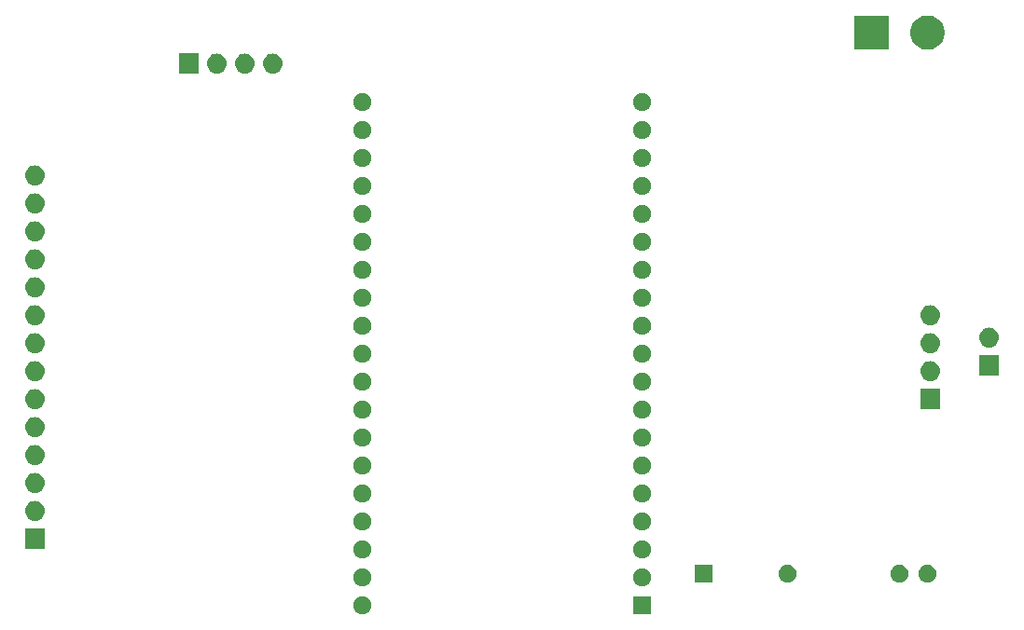
<source format=gbr>
G04 #@! TF.GenerationSoftware,KiCad,Pcbnew,5.1.4+dfsg1-1*
G04 #@! TF.CreationDate,2020-01-19T14:17:45-05:00*
G04 #@! TF.ProjectId,thermostat_master,74686572-6d6f-4737-9461-745f6d617374,rev?*
G04 #@! TF.SameCoordinates,Original*
G04 #@! TF.FileFunction,Soldermask,Bot*
G04 #@! TF.FilePolarity,Negative*
%FSLAX46Y46*%
G04 Gerber Fmt 4.6, Leading zero omitted, Abs format (unit mm)*
G04 Created by KiCad (PCBNEW 5.1.4+dfsg1-1) date 2020-01-19 14:17:45*
%MOMM*%
%LPD*%
G04 APERTURE LIST*
%ADD10C,0.100000*%
G04 APERTURE END LIST*
D10*
G36*
X168217000Y-103903000D02*
G01*
X166555000Y-103903000D01*
X166555000Y-102241000D01*
X168217000Y-102241000D01*
X168217000Y-103903000D01*
X168217000Y-103903000D01*
G37*
G36*
X142228394Y-102272934D02*
G01*
X142379624Y-102335576D01*
X142379626Y-102335577D01*
X142515732Y-102426520D01*
X142631480Y-102542268D01*
X142722423Y-102678374D01*
X142722424Y-102678376D01*
X142785066Y-102829606D01*
X142817000Y-102990152D01*
X142817000Y-103153848D01*
X142785066Y-103314394D01*
X142722424Y-103465624D01*
X142722423Y-103465626D01*
X142631480Y-103601732D01*
X142515732Y-103717480D01*
X142379626Y-103808423D01*
X142379625Y-103808424D01*
X142379624Y-103808424D01*
X142228394Y-103871066D01*
X142067848Y-103903000D01*
X141904152Y-103903000D01*
X141743606Y-103871066D01*
X141592376Y-103808424D01*
X141592375Y-103808424D01*
X141592374Y-103808423D01*
X141456268Y-103717480D01*
X141340520Y-103601732D01*
X141249577Y-103465626D01*
X141249576Y-103465624D01*
X141186934Y-103314394D01*
X141155000Y-103153848D01*
X141155000Y-102990152D01*
X141186934Y-102829606D01*
X141249576Y-102678376D01*
X141249577Y-102678374D01*
X141340520Y-102542268D01*
X141456268Y-102426520D01*
X141592374Y-102335577D01*
X141592376Y-102335576D01*
X141743606Y-102272934D01*
X141904152Y-102241000D01*
X142067848Y-102241000D01*
X142228394Y-102272934D01*
X142228394Y-102272934D01*
G37*
G36*
X142228394Y-99732934D02*
G01*
X142379624Y-99795576D01*
X142379626Y-99795577D01*
X142515732Y-99886520D01*
X142631480Y-100002268D01*
X142710622Y-100120713D01*
X142722424Y-100138376D01*
X142785066Y-100289606D01*
X142817000Y-100450152D01*
X142817000Y-100613848D01*
X142785066Y-100774394D01*
X142727495Y-100913382D01*
X142722423Y-100925626D01*
X142631480Y-101061732D01*
X142515732Y-101177480D01*
X142379626Y-101268423D01*
X142379625Y-101268424D01*
X142379624Y-101268424D01*
X142228394Y-101331066D01*
X142067848Y-101363000D01*
X141904152Y-101363000D01*
X141743606Y-101331066D01*
X141592376Y-101268424D01*
X141592375Y-101268424D01*
X141592374Y-101268423D01*
X141456268Y-101177480D01*
X141340520Y-101061732D01*
X141249577Y-100925626D01*
X141244505Y-100913382D01*
X141186934Y-100774394D01*
X141155000Y-100613848D01*
X141155000Y-100450152D01*
X141186934Y-100289606D01*
X141249576Y-100138376D01*
X141261378Y-100120713D01*
X141340520Y-100002268D01*
X141456268Y-99886520D01*
X141592374Y-99795577D01*
X141592376Y-99795576D01*
X141743606Y-99732934D01*
X141904152Y-99701000D01*
X142067848Y-99701000D01*
X142228394Y-99732934D01*
X142228394Y-99732934D01*
G37*
G36*
X167628394Y-99732934D02*
G01*
X167779624Y-99795576D01*
X167779626Y-99795577D01*
X167915732Y-99886520D01*
X168031480Y-100002268D01*
X168110622Y-100120713D01*
X168122424Y-100138376D01*
X168185066Y-100289606D01*
X168217000Y-100450152D01*
X168217000Y-100613848D01*
X168185066Y-100774394D01*
X168127495Y-100913382D01*
X168122423Y-100925626D01*
X168031480Y-101061732D01*
X167915732Y-101177480D01*
X167779626Y-101268423D01*
X167779625Y-101268424D01*
X167779624Y-101268424D01*
X167628394Y-101331066D01*
X167467848Y-101363000D01*
X167304152Y-101363000D01*
X167143606Y-101331066D01*
X166992376Y-101268424D01*
X166992375Y-101268424D01*
X166992374Y-101268423D01*
X166856268Y-101177480D01*
X166740520Y-101061732D01*
X166649577Y-100925626D01*
X166644505Y-100913382D01*
X166586934Y-100774394D01*
X166555000Y-100613848D01*
X166555000Y-100450152D01*
X166586934Y-100289606D01*
X166649576Y-100138376D01*
X166661378Y-100120713D01*
X166740520Y-100002268D01*
X166856268Y-99886520D01*
X166992374Y-99795577D01*
X166992376Y-99795576D01*
X167143606Y-99732934D01*
X167304152Y-99701000D01*
X167467848Y-99701000D01*
X167628394Y-99732934D01*
X167628394Y-99732934D01*
G37*
G36*
X190988810Y-99425935D02*
G01*
X191135309Y-99486617D01*
X191135310Y-99486618D01*
X191267158Y-99574716D01*
X191379284Y-99686842D01*
X191379285Y-99686844D01*
X191467383Y-99818691D01*
X191528065Y-99965190D01*
X191559000Y-100120713D01*
X191559000Y-100279287D01*
X191528065Y-100434810D01*
X191467383Y-100581309D01*
X191467382Y-100581310D01*
X191379284Y-100713158D01*
X191267158Y-100825284D01*
X191200785Y-100869633D01*
X191135309Y-100913383D01*
X190988810Y-100974065D01*
X190833287Y-101005000D01*
X190674713Y-101005000D01*
X190519190Y-100974065D01*
X190372691Y-100913383D01*
X190307215Y-100869633D01*
X190240842Y-100825284D01*
X190128716Y-100713158D01*
X190040618Y-100581310D01*
X190040617Y-100581309D01*
X189979935Y-100434810D01*
X189949000Y-100279287D01*
X189949000Y-100120713D01*
X189979935Y-99965190D01*
X190040617Y-99818691D01*
X190128715Y-99686844D01*
X190128716Y-99686842D01*
X190240842Y-99574716D01*
X190372690Y-99486618D01*
X190372691Y-99486617D01*
X190519190Y-99425935D01*
X190674713Y-99395000D01*
X190833287Y-99395000D01*
X190988810Y-99425935D01*
X190988810Y-99425935D01*
G37*
G36*
X193528810Y-99425935D02*
G01*
X193675309Y-99486617D01*
X193675310Y-99486618D01*
X193807158Y-99574716D01*
X193919284Y-99686842D01*
X193919285Y-99686844D01*
X194007383Y-99818691D01*
X194068065Y-99965190D01*
X194099000Y-100120713D01*
X194099000Y-100279287D01*
X194068065Y-100434810D01*
X194007383Y-100581309D01*
X194007382Y-100581310D01*
X193919284Y-100713158D01*
X193807158Y-100825284D01*
X193740785Y-100869633D01*
X193675309Y-100913383D01*
X193528810Y-100974065D01*
X193373287Y-101005000D01*
X193214713Y-101005000D01*
X193059190Y-100974065D01*
X192912691Y-100913383D01*
X192847215Y-100869633D01*
X192780842Y-100825284D01*
X192668716Y-100713158D01*
X192580618Y-100581310D01*
X192580617Y-100581309D01*
X192519935Y-100434810D01*
X192489000Y-100279287D01*
X192489000Y-100120713D01*
X192519935Y-99965190D01*
X192580617Y-99818691D01*
X192668715Y-99686844D01*
X192668716Y-99686842D01*
X192780842Y-99574716D01*
X192912690Y-99486618D01*
X192912691Y-99486617D01*
X193059190Y-99425935D01*
X193214713Y-99395000D01*
X193373287Y-99395000D01*
X193528810Y-99425935D01*
X193528810Y-99425935D01*
G37*
G36*
X180828810Y-99425935D02*
G01*
X180975309Y-99486617D01*
X180975310Y-99486618D01*
X181107158Y-99574716D01*
X181219284Y-99686842D01*
X181219285Y-99686844D01*
X181307383Y-99818691D01*
X181368065Y-99965190D01*
X181399000Y-100120713D01*
X181399000Y-100279287D01*
X181368065Y-100434810D01*
X181307383Y-100581309D01*
X181307382Y-100581310D01*
X181219284Y-100713158D01*
X181107158Y-100825284D01*
X181040785Y-100869633D01*
X180975309Y-100913383D01*
X180828810Y-100974065D01*
X180673287Y-101005000D01*
X180514713Y-101005000D01*
X180359190Y-100974065D01*
X180212691Y-100913383D01*
X180147215Y-100869633D01*
X180080842Y-100825284D01*
X179968716Y-100713158D01*
X179880618Y-100581310D01*
X179880617Y-100581309D01*
X179819935Y-100434810D01*
X179789000Y-100279287D01*
X179789000Y-100120713D01*
X179819935Y-99965190D01*
X179880617Y-99818691D01*
X179968715Y-99686844D01*
X179968716Y-99686842D01*
X180080842Y-99574716D01*
X180212690Y-99486618D01*
X180212691Y-99486617D01*
X180359190Y-99425935D01*
X180514713Y-99395000D01*
X180673287Y-99395000D01*
X180828810Y-99425935D01*
X180828810Y-99425935D01*
G37*
G36*
X173779000Y-101005000D02*
G01*
X172169000Y-101005000D01*
X172169000Y-99395000D01*
X173779000Y-99395000D01*
X173779000Y-101005000D01*
X173779000Y-101005000D01*
G37*
G36*
X167628394Y-97192934D02*
G01*
X167779624Y-97255576D01*
X167779626Y-97255577D01*
X167915732Y-97346520D01*
X168031480Y-97462268D01*
X168122423Y-97598374D01*
X168122424Y-97598376D01*
X168185066Y-97749606D01*
X168217000Y-97910152D01*
X168217000Y-98073848D01*
X168185066Y-98234394D01*
X168122424Y-98385624D01*
X168122423Y-98385626D01*
X168031480Y-98521732D01*
X167915732Y-98637480D01*
X167779626Y-98728423D01*
X167779625Y-98728424D01*
X167779624Y-98728424D01*
X167628394Y-98791066D01*
X167467848Y-98823000D01*
X167304152Y-98823000D01*
X167143606Y-98791066D01*
X166992376Y-98728424D01*
X166992375Y-98728424D01*
X166992374Y-98728423D01*
X166856268Y-98637480D01*
X166740520Y-98521732D01*
X166649577Y-98385626D01*
X166649576Y-98385624D01*
X166586934Y-98234394D01*
X166555000Y-98073848D01*
X166555000Y-97910152D01*
X166586934Y-97749606D01*
X166649576Y-97598376D01*
X166649577Y-97598374D01*
X166740520Y-97462268D01*
X166856268Y-97346520D01*
X166992374Y-97255577D01*
X166992376Y-97255576D01*
X167143606Y-97192934D01*
X167304152Y-97161000D01*
X167467848Y-97161000D01*
X167628394Y-97192934D01*
X167628394Y-97192934D01*
G37*
G36*
X142228394Y-97192934D02*
G01*
X142379624Y-97255576D01*
X142379626Y-97255577D01*
X142515732Y-97346520D01*
X142631480Y-97462268D01*
X142722423Y-97598374D01*
X142722424Y-97598376D01*
X142785066Y-97749606D01*
X142817000Y-97910152D01*
X142817000Y-98073848D01*
X142785066Y-98234394D01*
X142722424Y-98385624D01*
X142722423Y-98385626D01*
X142631480Y-98521732D01*
X142515732Y-98637480D01*
X142379626Y-98728423D01*
X142379625Y-98728424D01*
X142379624Y-98728424D01*
X142228394Y-98791066D01*
X142067848Y-98823000D01*
X141904152Y-98823000D01*
X141743606Y-98791066D01*
X141592376Y-98728424D01*
X141592375Y-98728424D01*
X141592374Y-98728423D01*
X141456268Y-98637480D01*
X141340520Y-98521732D01*
X141249577Y-98385626D01*
X141249576Y-98385624D01*
X141186934Y-98234394D01*
X141155000Y-98073848D01*
X141155000Y-97910152D01*
X141186934Y-97749606D01*
X141249576Y-97598376D01*
X141249577Y-97598374D01*
X141340520Y-97462268D01*
X141456268Y-97346520D01*
X141592374Y-97255577D01*
X141592376Y-97255576D01*
X141743606Y-97192934D01*
X141904152Y-97161000D01*
X142067848Y-97161000D01*
X142228394Y-97192934D01*
X142228394Y-97192934D01*
G37*
G36*
X113169000Y-97929000D02*
G01*
X111367000Y-97929000D01*
X111367000Y-96127000D01*
X113169000Y-96127000D01*
X113169000Y-97929000D01*
X113169000Y-97929000D01*
G37*
G36*
X142228394Y-94652934D02*
G01*
X142379624Y-94715576D01*
X142379626Y-94715577D01*
X142515732Y-94806520D01*
X142631480Y-94922268D01*
X142677399Y-94990991D01*
X142722424Y-95058376D01*
X142785066Y-95209606D01*
X142817000Y-95370152D01*
X142817000Y-95533848D01*
X142785066Y-95694394D01*
X142722424Y-95845624D01*
X142722423Y-95845626D01*
X142631480Y-95981732D01*
X142515732Y-96097480D01*
X142379626Y-96188423D01*
X142379625Y-96188424D01*
X142379624Y-96188424D01*
X142228394Y-96251066D01*
X142067848Y-96283000D01*
X141904152Y-96283000D01*
X141743606Y-96251066D01*
X141592376Y-96188424D01*
X141592375Y-96188424D01*
X141592374Y-96188423D01*
X141456268Y-96097480D01*
X141340520Y-95981732D01*
X141249577Y-95845626D01*
X141249576Y-95845624D01*
X141186934Y-95694394D01*
X141155000Y-95533848D01*
X141155000Y-95370152D01*
X141186934Y-95209606D01*
X141249576Y-95058376D01*
X141294601Y-94990991D01*
X141340520Y-94922268D01*
X141456268Y-94806520D01*
X141592374Y-94715577D01*
X141592376Y-94715576D01*
X141743606Y-94652934D01*
X141904152Y-94621000D01*
X142067848Y-94621000D01*
X142228394Y-94652934D01*
X142228394Y-94652934D01*
G37*
G36*
X167628394Y-94652934D02*
G01*
X167779624Y-94715576D01*
X167779626Y-94715577D01*
X167915732Y-94806520D01*
X168031480Y-94922268D01*
X168077399Y-94990991D01*
X168122424Y-95058376D01*
X168185066Y-95209606D01*
X168217000Y-95370152D01*
X168217000Y-95533848D01*
X168185066Y-95694394D01*
X168122424Y-95845624D01*
X168122423Y-95845626D01*
X168031480Y-95981732D01*
X167915732Y-96097480D01*
X167779626Y-96188423D01*
X167779625Y-96188424D01*
X167779624Y-96188424D01*
X167628394Y-96251066D01*
X167467848Y-96283000D01*
X167304152Y-96283000D01*
X167143606Y-96251066D01*
X166992376Y-96188424D01*
X166992375Y-96188424D01*
X166992374Y-96188423D01*
X166856268Y-96097480D01*
X166740520Y-95981732D01*
X166649577Y-95845626D01*
X166649576Y-95845624D01*
X166586934Y-95694394D01*
X166555000Y-95533848D01*
X166555000Y-95370152D01*
X166586934Y-95209606D01*
X166649576Y-95058376D01*
X166694601Y-94990991D01*
X166740520Y-94922268D01*
X166856268Y-94806520D01*
X166992374Y-94715577D01*
X166992376Y-94715576D01*
X167143606Y-94652934D01*
X167304152Y-94621000D01*
X167467848Y-94621000D01*
X167628394Y-94652934D01*
X167628394Y-94652934D01*
G37*
G36*
X112378442Y-93593518D02*
G01*
X112444627Y-93600037D01*
X112614466Y-93651557D01*
X112770991Y-93735222D01*
X112780468Y-93743000D01*
X112908186Y-93847814D01*
X112991448Y-93949271D01*
X113020778Y-93985009D01*
X113104443Y-94141534D01*
X113155963Y-94311373D01*
X113173359Y-94488000D01*
X113155963Y-94664627D01*
X113104443Y-94834466D01*
X113020778Y-94990991D01*
X112991448Y-95026729D01*
X112908186Y-95128186D01*
X112808974Y-95209606D01*
X112770991Y-95240778D01*
X112614466Y-95324443D01*
X112444627Y-95375963D01*
X112378443Y-95382481D01*
X112312260Y-95389000D01*
X112223740Y-95389000D01*
X112157557Y-95382481D01*
X112091373Y-95375963D01*
X111921534Y-95324443D01*
X111765009Y-95240778D01*
X111727026Y-95209606D01*
X111627814Y-95128186D01*
X111544552Y-95026729D01*
X111515222Y-94990991D01*
X111431557Y-94834466D01*
X111380037Y-94664627D01*
X111362641Y-94488000D01*
X111380037Y-94311373D01*
X111431557Y-94141534D01*
X111515222Y-93985009D01*
X111544552Y-93949271D01*
X111627814Y-93847814D01*
X111755532Y-93743000D01*
X111765009Y-93735222D01*
X111921534Y-93651557D01*
X112091373Y-93600037D01*
X112157558Y-93593518D01*
X112223740Y-93587000D01*
X112312260Y-93587000D01*
X112378442Y-93593518D01*
X112378442Y-93593518D01*
G37*
G36*
X142228394Y-92112934D02*
G01*
X142379624Y-92175576D01*
X142379626Y-92175577D01*
X142515732Y-92266520D01*
X142631480Y-92382268D01*
X142677399Y-92450991D01*
X142722424Y-92518376D01*
X142785066Y-92669606D01*
X142817000Y-92830152D01*
X142817000Y-92993848D01*
X142785066Y-93154394D01*
X142722424Y-93305624D01*
X142722423Y-93305626D01*
X142631480Y-93441732D01*
X142515732Y-93557480D01*
X142379626Y-93648423D01*
X142379625Y-93648424D01*
X142379624Y-93648424D01*
X142228394Y-93711066D01*
X142067848Y-93743000D01*
X141904152Y-93743000D01*
X141743606Y-93711066D01*
X141592376Y-93648424D01*
X141592375Y-93648424D01*
X141592374Y-93648423D01*
X141456268Y-93557480D01*
X141340520Y-93441732D01*
X141249577Y-93305626D01*
X141249576Y-93305624D01*
X141186934Y-93154394D01*
X141155000Y-92993848D01*
X141155000Y-92830152D01*
X141186934Y-92669606D01*
X141249576Y-92518376D01*
X141294601Y-92450991D01*
X141340520Y-92382268D01*
X141456268Y-92266520D01*
X141592374Y-92175577D01*
X141592376Y-92175576D01*
X141743606Y-92112934D01*
X141904152Y-92081000D01*
X142067848Y-92081000D01*
X142228394Y-92112934D01*
X142228394Y-92112934D01*
G37*
G36*
X167628394Y-92112934D02*
G01*
X167779624Y-92175576D01*
X167779626Y-92175577D01*
X167915732Y-92266520D01*
X168031480Y-92382268D01*
X168077399Y-92450991D01*
X168122424Y-92518376D01*
X168185066Y-92669606D01*
X168217000Y-92830152D01*
X168217000Y-92993848D01*
X168185066Y-93154394D01*
X168122424Y-93305624D01*
X168122423Y-93305626D01*
X168031480Y-93441732D01*
X167915732Y-93557480D01*
X167779626Y-93648423D01*
X167779625Y-93648424D01*
X167779624Y-93648424D01*
X167628394Y-93711066D01*
X167467848Y-93743000D01*
X167304152Y-93743000D01*
X167143606Y-93711066D01*
X166992376Y-93648424D01*
X166992375Y-93648424D01*
X166992374Y-93648423D01*
X166856268Y-93557480D01*
X166740520Y-93441732D01*
X166649577Y-93305626D01*
X166649576Y-93305624D01*
X166586934Y-93154394D01*
X166555000Y-92993848D01*
X166555000Y-92830152D01*
X166586934Y-92669606D01*
X166649576Y-92518376D01*
X166694601Y-92450991D01*
X166740520Y-92382268D01*
X166856268Y-92266520D01*
X166992374Y-92175577D01*
X166992376Y-92175576D01*
X167143606Y-92112934D01*
X167304152Y-92081000D01*
X167467848Y-92081000D01*
X167628394Y-92112934D01*
X167628394Y-92112934D01*
G37*
G36*
X112378442Y-91053518D02*
G01*
X112444627Y-91060037D01*
X112614466Y-91111557D01*
X112770991Y-91195222D01*
X112780468Y-91203000D01*
X112908186Y-91307814D01*
X112991448Y-91409271D01*
X113020778Y-91445009D01*
X113104443Y-91601534D01*
X113155963Y-91771373D01*
X113173359Y-91948000D01*
X113155963Y-92124627D01*
X113104443Y-92294466D01*
X113020778Y-92450991D01*
X112991448Y-92486729D01*
X112908186Y-92588186D01*
X112808974Y-92669606D01*
X112770991Y-92700778D01*
X112614466Y-92784443D01*
X112444627Y-92835963D01*
X112378442Y-92842482D01*
X112312260Y-92849000D01*
X112223740Y-92849000D01*
X112157558Y-92842482D01*
X112091373Y-92835963D01*
X111921534Y-92784443D01*
X111765009Y-92700778D01*
X111727026Y-92669606D01*
X111627814Y-92588186D01*
X111544552Y-92486729D01*
X111515222Y-92450991D01*
X111431557Y-92294466D01*
X111380037Y-92124627D01*
X111362641Y-91948000D01*
X111380037Y-91771373D01*
X111431557Y-91601534D01*
X111515222Y-91445009D01*
X111544552Y-91409271D01*
X111627814Y-91307814D01*
X111755532Y-91203000D01*
X111765009Y-91195222D01*
X111921534Y-91111557D01*
X112091373Y-91060037D01*
X112157558Y-91053518D01*
X112223740Y-91047000D01*
X112312260Y-91047000D01*
X112378442Y-91053518D01*
X112378442Y-91053518D01*
G37*
G36*
X167628394Y-89572934D02*
G01*
X167779624Y-89635576D01*
X167779626Y-89635577D01*
X167915732Y-89726520D01*
X168031480Y-89842268D01*
X168077399Y-89910991D01*
X168122424Y-89978376D01*
X168185066Y-90129606D01*
X168217000Y-90290152D01*
X168217000Y-90453848D01*
X168185066Y-90614394D01*
X168122424Y-90765624D01*
X168122423Y-90765626D01*
X168031480Y-90901732D01*
X167915732Y-91017480D01*
X167779626Y-91108423D01*
X167779625Y-91108424D01*
X167779624Y-91108424D01*
X167628394Y-91171066D01*
X167467848Y-91203000D01*
X167304152Y-91203000D01*
X167143606Y-91171066D01*
X166992376Y-91108424D01*
X166992375Y-91108424D01*
X166992374Y-91108423D01*
X166856268Y-91017480D01*
X166740520Y-90901732D01*
X166649577Y-90765626D01*
X166649576Y-90765624D01*
X166586934Y-90614394D01*
X166555000Y-90453848D01*
X166555000Y-90290152D01*
X166586934Y-90129606D01*
X166649576Y-89978376D01*
X166694601Y-89910991D01*
X166740520Y-89842268D01*
X166856268Y-89726520D01*
X166992374Y-89635577D01*
X166992376Y-89635576D01*
X167143606Y-89572934D01*
X167304152Y-89541000D01*
X167467848Y-89541000D01*
X167628394Y-89572934D01*
X167628394Y-89572934D01*
G37*
G36*
X142228394Y-89572934D02*
G01*
X142379624Y-89635576D01*
X142379626Y-89635577D01*
X142515732Y-89726520D01*
X142631480Y-89842268D01*
X142677399Y-89910991D01*
X142722424Y-89978376D01*
X142785066Y-90129606D01*
X142817000Y-90290152D01*
X142817000Y-90453848D01*
X142785066Y-90614394D01*
X142722424Y-90765624D01*
X142722423Y-90765626D01*
X142631480Y-90901732D01*
X142515732Y-91017480D01*
X142379626Y-91108423D01*
X142379625Y-91108424D01*
X142379624Y-91108424D01*
X142228394Y-91171066D01*
X142067848Y-91203000D01*
X141904152Y-91203000D01*
X141743606Y-91171066D01*
X141592376Y-91108424D01*
X141592375Y-91108424D01*
X141592374Y-91108423D01*
X141456268Y-91017480D01*
X141340520Y-90901732D01*
X141249577Y-90765626D01*
X141249576Y-90765624D01*
X141186934Y-90614394D01*
X141155000Y-90453848D01*
X141155000Y-90290152D01*
X141186934Y-90129606D01*
X141249576Y-89978376D01*
X141294601Y-89910991D01*
X141340520Y-89842268D01*
X141456268Y-89726520D01*
X141592374Y-89635577D01*
X141592376Y-89635576D01*
X141743606Y-89572934D01*
X141904152Y-89541000D01*
X142067848Y-89541000D01*
X142228394Y-89572934D01*
X142228394Y-89572934D01*
G37*
G36*
X112378443Y-88513519D02*
G01*
X112444627Y-88520037D01*
X112614466Y-88571557D01*
X112770991Y-88655222D01*
X112780468Y-88663000D01*
X112908186Y-88767814D01*
X112991448Y-88869271D01*
X113020778Y-88905009D01*
X113104443Y-89061534D01*
X113155963Y-89231373D01*
X113173359Y-89408000D01*
X113155963Y-89584627D01*
X113104443Y-89754466D01*
X113020778Y-89910991D01*
X112991448Y-89946729D01*
X112908186Y-90048186D01*
X112808974Y-90129606D01*
X112770991Y-90160778D01*
X112614466Y-90244443D01*
X112444627Y-90295963D01*
X112378443Y-90302481D01*
X112312260Y-90309000D01*
X112223740Y-90309000D01*
X112157557Y-90302481D01*
X112091373Y-90295963D01*
X111921534Y-90244443D01*
X111765009Y-90160778D01*
X111727026Y-90129606D01*
X111627814Y-90048186D01*
X111544552Y-89946729D01*
X111515222Y-89910991D01*
X111431557Y-89754466D01*
X111380037Y-89584627D01*
X111362641Y-89408000D01*
X111380037Y-89231373D01*
X111431557Y-89061534D01*
X111515222Y-88905009D01*
X111544552Y-88869271D01*
X111627814Y-88767814D01*
X111755532Y-88663000D01*
X111765009Y-88655222D01*
X111921534Y-88571557D01*
X112091373Y-88520037D01*
X112157557Y-88513519D01*
X112223740Y-88507000D01*
X112312260Y-88507000D01*
X112378443Y-88513519D01*
X112378443Y-88513519D01*
G37*
G36*
X167628394Y-87032934D02*
G01*
X167779624Y-87095576D01*
X167779626Y-87095577D01*
X167915732Y-87186520D01*
X168031480Y-87302268D01*
X168077399Y-87370991D01*
X168122424Y-87438376D01*
X168185066Y-87589606D01*
X168217000Y-87750152D01*
X168217000Y-87913848D01*
X168185066Y-88074394D01*
X168122424Y-88225624D01*
X168122423Y-88225626D01*
X168031480Y-88361732D01*
X167915732Y-88477480D01*
X167779626Y-88568423D01*
X167779625Y-88568424D01*
X167779624Y-88568424D01*
X167628394Y-88631066D01*
X167467848Y-88663000D01*
X167304152Y-88663000D01*
X167143606Y-88631066D01*
X166992376Y-88568424D01*
X166992375Y-88568424D01*
X166992374Y-88568423D01*
X166856268Y-88477480D01*
X166740520Y-88361732D01*
X166649577Y-88225626D01*
X166649576Y-88225624D01*
X166586934Y-88074394D01*
X166555000Y-87913848D01*
X166555000Y-87750152D01*
X166586934Y-87589606D01*
X166649576Y-87438376D01*
X166694601Y-87370991D01*
X166740520Y-87302268D01*
X166856268Y-87186520D01*
X166992374Y-87095577D01*
X166992376Y-87095576D01*
X167143606Y-87032934D01*
X167304152Y-87001000D01*
X167467848Y-87001000D01*
X167628394Y-87032934D01*
X167628394Y-87032934D01*
G37*
G36*
X142228394Y-87032934D02*
G01*
X142379624Y-87095576D01*
X142379626Y-87095577D01*
X142515732Y-87186520D01*
X142631480Y-87302268D01*
X142677399Y-87370991D01*
X142722424Y-87438376D01*
X142785066Y-87589606D01*
X142817000Y-87750152D01*
X142817000Y-87913848D01*
X142785066Y-88074394D01*
X142722424Y-88225624D01*
X142722423Y-88225626D01*
X142631480Y-88361732D01*
X142515732Y-88477480D01*
X142379626Y-88568423D01*
X142379625Y-88568424D01*
X142379624Y-88568424D01*
X142228394Y-88631066D01*
X142067848Y-88663000D01*
X141904152Y-88663000D01*
X141743606Y-88631066D01*
X141592376Y-88568424D01*
X141592375Y-88568424D01*
X141592374Y-88568423D01*
X141456268Y-88477480D01*
X141340520Y-88361732D01*
X141249577Y-88225626D01*
X141249576Y-88225624D01*
X141186934Y-88074394D01*
X141155000Y-87913848D01*
X141155000Y-87750152D01*
X141186934Y-87589606D01*
X141249576Y-87438376D01*
X141294601Y-87370991D01*
X141340520Y-87302268D01*
X141456268Y-87186520D01*
X141592374Y-87095577D01*
X141592376Y-87095576D01*
X141743606Y-87032934D01*
X141904152Y-87001000D01*
X142067848Y-87001000D01*
X142228394Y-87032934D01*
X142228394Y-87032934D01*
G37*
G36*
X112378443Y-85973519D02*
G01*
X112444627Y-85980037D01*
X112614466Y-86031557D01*
X112770991Y-86115222D01*
X112780468Y-86123000D01*
X112908186Y-86227814D01*
X112991448Y-86329271D01*
X113020778Y-86365009D01*
X113104443Y-86521534D01*
X113155963Y-86691373D01*
X113173359Y-86868000D01*
X113155963Y-87044627D01*
X113104443Y-87214466D01*
X113020778Y-87370991D01*
X112991448Y-87406729D01*
X112908186Y-87508186D01*
X112808974Y-87589606D01*
X112770991Y-87620778D01*
X112614466Y-87704443D01*
X112444627Y-87755963D01*
X112378442Y-87762482D01*
X112312260Y-87769000D01*
X112223740Y-87769000D01*
X112157558Y-87762482D01*
X112091373Y-87755963D01*
X111921534Y-87704443D01*
X111765009Y-87620778D01*
X111727026Y-87589606D01*
X111627814Y-87508186D01*
X111544552Y-87406729D01*
X111515222Y-87370991D01*
X111431557Y-87214466D01*
X111380037Y-87044627D01*
X111362641Y-86868000D01*
X111380037Y-86691373D01*
X111431557Y-86521534D01*
X111515222Y-86365009D01*
X111544552Y-86329271D01*
X111627814Y-86227814D01*
X111755532Y-86123000D01*
X111765009Y-86115222D01*
X111921534Y-86031557D01*
X112091373Y-85980037D01*
X112157557Y-85973519D01*
X112223740Y-85967000D01*
X112312260Y-85967000D01*
X112378443Y-85973519D01*
X112378443Y-85973519D01*
G37*
G36*
X167628394Y-84492934D02*
G01*
X167779624Y-84555576D01*
X167779626Y-84555577D01*
X167915732Y-84646520D01*
X168031480Y-84762268D01*
X168077399Y-84830991D01*
X168122424Y-84898376D01*
X168185066Y-85049606D01*
X168217000Y-85210152D01*
X168217000Y-85373848D01*
X168185066Y-85534394D01*
X168122424Y-85685624D01*
X168122423Y-85685626D01*
X168031480Y-85821732D01*
X167915732Y-85937480D01*
X167779626Y-86028423D01*
X167779625Y-86028424D01*
X167779624Y-86028424D01*
X167628394Y-86091066D01*
X167467848Y-86123000D01*
X167304152Y-86123000D01*
X167143606Y-86091066D01*
X166992376Y-86028424D01*
X166992375Y-86028424D01*
X166992374Y-86028423D01*
X166856268Y-85937480D01*
X166740520Y-85821732D01*
X166649577Y-85685626D01*
X166649576Y-85685624D01*
X166586934Y-85534394D01*
X166555000Y-85373848D01*
X166555000Y-85210152D01*
X166586934Y-85049606D01*
X166649576Y-84898376D01*
X166694601Y-84830991D01*
X166740520Y-84762268D01*
X166856268Y-84646520D01*
X166992374Y-84555577D01*
X166992376Y-84555576D01*
X167143606Y-84492934D01*
X167304152Y-84461000D01*
X167467848Y-84461000D01*
X167628394Y-84492934D01*
X167628394Y-84492934D01*
G37*
G36*
X142228394Y-84492934D02*
G01*
X142379624Y-84555576D01*
X142379626Y-84555577D01*
X142515732Y-84646520D01*
X142631480Y-84762268D01*
X142677399Y-84830991D01*
X142722424Y-84898376D01*
X142785066Y-85049606D01*
X142817000Y-85210152D01*
X142817000Y-85373848D01*
X142785066Y-85534394D01*
X142722424Y-85685624D01*
X142722423Y-85685626D01*
X142631480Y-85821732D01*
X142515732Y-85937480D01*
X142379626Y-86028423D01*
X142379625Y-86028424D01*
X142379624Y-86028424D01*
X142228394Y-86091066D01*
X142067848Y-86123000D01*
X141904152Y-86123000D01*
X141743606Y-86091066D01*
X141592376Y-86028424D01*
X141592375Y-86028424D01*
X141592374Y-86028423D01*
X141456268Y-85937480D01*
X141340520Y-85821732D01*
X141249577Y-85685626D01*
X141249576Y-85685624D01*
X141186934Y-85534394D01*
X141155000Y-85373848D01*
X141155000Y-85210152D01*
X141186934Y-85049606D01*
X141249576Y-84898376D01*
X141294601Y-84830991D01*
X141340520Y-84762268D01*
X141456268Y-84646520D01*
X141592374Y-84555577D01*
X141592376Y-84555576D01*
X141743606Y-84492934D01*
X141904152Y-84461000D01*
X142067848Y-84461000D01*
X142228394Y-84492934D01*
X142228394Y-84492934D01*
G37*
G36*
X112378443Y-83433519D02*
G01*
X112444627Y-83440037D01*
X112614466Y-83491557D01*
X112770991Y-83575222D01*
X112780468Y-83583000D01*
X112908186Y-83687814D01*
X112991448Y-83789271D01*
X113020778Y-83825009D01*
X113104443Y-83981534D01*
X113155963Y-84151373D01*
X113173359Y-84328000D01*
X113155963Y-84504627D01*
X113104443Y-84674466D01*
X113020778Y-84830991D01*
X112991448Y-84866729D01*
X112908186Y-84968186D01*
X112808974Y-85049606D01*
X112770991Y-85080778D01*
X112614466Y-85164443D01*
X112444627Y-85215963D01*
X112378443Y-85222481D01*
X112312260Y-85229000D01*
X112223740Y-85229000D01*
X112157557Y-85222481D01*
X112091373Y-85215963D01*
X111921534Y-85164443D01*
X111765009Y-85080778D01*
X111727026Y-85049606D01*
X111627814Y-84968186D01*
X111544552Y-84866729D01*
X111515222Y-84830991D01*
X111431557Y-84674466D01*
X111380037Y-84504627D01*
X111362641Y-84328000D01*
X111380037Y-84151373D01*
X111431557Y-83981534D01*
X111515222Y-83825009D01*
X111544552Y-83789271D01*
X111627814Y-83687814D01*
X111755532Y-83583000D01*
X111765009Y-83575222D01*
X111921534Y-83491557D01*
X112091373Y-83440037D01*
X112157557Y-83433519D01*
X112223740Y-83427000D01*
X112312260Y-83427000D01*
X112378443Y-83433519D01*
X112378443Y-83433519D01*
G37*
G36*
X194449000Y-85229000D02*
G01*
X192647000Y-85229000D01*
X192647000Y-83427000D01*
X194449000Y-83427000D01*
X194449000Y-85229000D01*
X194449000Y-85229000D01*
G37*
G36*
X167628394Y-81952934D02*
G01*
X167779624Y-82015576D01*
X167779626Y-82015577D01*
X167915732Y-82106520D01*
X168031480Y-82222268D01*
X168077399Y-82290991D01*
X168122424Y-82358376D01*
X168185066Y-82509606D01*
X168217000Y-82670152D01*
X168217000Y-82833848D01*
X168185066Y-82994394D01*
X168122424Y-83145624D01*
X168122423Y-83145626D01*
X168031480Y-83281732D01*
X167915732Y-83397480D01*
X167779626Y-83488423D01*
X167779625Y-83488424D01*
X167779624Y-83488424D01*
X167628394Y-83551066D01*
X167467848Y-83583000D01*
X167304152Y-83583000D01*
X167143606Y-83551066D01*
X166992376Y-83488424D01*
X166992375Y-83488424D01*
X166992374Y-83488423D01*
X166856268Y-83397480D01*
X166740520Y-83281732D01*
X166649577Y-83145626D01*
X166649576Y-83145624D01*
X166586934Y-82994394D01*
X166555000Y-82833848D01*
X166555000Y-82670152D01*
X166586934Y-82509606D01*
X166649576Y-82358376D01*
X166694601Y-82290991D01*
X166740520Y-82222268D01*
X166856268Y-82106520D01*
X166992374Y-82015577D01*
X166992376Y-82015576D01*
X167143606Y-81952934D01*
X167304152Y-81921000D01*
X167467848Y-81921000D01*
X167628394Y-81952934D01*
X167628394Y-81952934D01*
G37*
G36*
X142228394Y-81952934D02*
G01*
X142379624Y-82015576D01*
X142379626Y-82015577D01*
X142515732Y-82106520D01*
X142631480Y-82222268D01*
X142677399Y-82290991D01*
X142722424Y-82358376D01*
X142785066Y-82509606D01*
X142817000Y-82670152D01*
X142817000Y-82833848D01*
X142785066Y-82994394D01*
X142722424Y-83145624D01*
X142722423Y-83145626D01*
X142631480Y-83281732D01*
X142515732Y-83397480D01*
X142379626Y-83488423D01*
X142379625Y-83488424D01*
X142379624Y-83488424D01*
X142228394Y-83551066D01*
X142067848Y-83583000D01*
X141904152Y-83583000D01*
X141743606Y-83551066D01*
X141592376Y-83488424D01*
X141592375Y-83488424D01*
X141592374Y-83488423D01*
X141456268Y-83397480D01*
X141340520Y-83281732D01*
X141249577Y-83145626D01*
X141249576Y-83145624D01*
X141186934Y-82994394D01*
X141155000Y-82833848D01*
X141155000Y-82670152D01*
X141186934Y-82509606D01*
X141249576Y-82358376D01*
X141294601Y-82290991D01*
X141340520Y-82222268D01*
X141456268Y-82106520D01*
X141592374Y-82015577D01*
X141592376Y-82015576D01*
X141743606Y-81952934D01*
X141904152Y-81921000D01*
X142067848Y-81921000D01*
X142228394Y-81952934D01*
X142228394Y-81952934D01*
G37*
G36*
X112378442Y-80893518D02*
G01*
X112444627Y-80900037D01*
X112614466Y-80951557D01*
X112770991Y-81035222D01*
X112780468Y-81043000D01*
X112908186Y-81147814D01*
X112991448Y-81249271D01*
X113020778Y-81285009D01*
X113104443Y-81441534D01*
X113155963Y-81611373D01*
X113173359Y-81788000D01*
X113155963Y-81964627D01*
X113104443Y-82134466D01*
X113020778Y-82290991D01*
X112991448Y-82326729D01*
X112908186Y-82428186D01*
X112808974Y-82509606D01*
X112770991Y-82540778D01*
X112614466Y-82624443D01*
X112444627Y-82675963D01*
X112378442Y-82682482D01*
X112312260Y-82689000D01*
X112223740Y-82689000D01*
X112157558Y-82682482D01*
X112091373Y-82675963D01*
X111921534Y-82624443D01*
X111765009Y-82540778D01*
X111727026Y-82509606D01*
X111627814Y-82428186D01*
X111544552Y-82326729D01*
X111515222Y-82290991D01*
X111431557Y-82134466D01*
X111380037Y-81964627D01*
X111362641Y-81788000D01*
X111380037Y-81611373D01*
X111431557Y-81441534D01*
X111515222Y-81285009D01*
X111544552Y-81249271D01*
X111627814Y-81147814D01*
X111755532Y-81043000D01*
X111765009Y-81035222D01*
X111921534Y-80951557D01*
X112091373Y-80900037D01*
X112157558Y-80893518D01*
X112223740Y-80887000D01*
X112312260Y-80887000D01*
X112378442Y-80893518D01*
X112378442Y-80893518D01*
G37*
G36*
X193658442Y-80893518D02*
G01*
X193724627Y-80900037D01*
X193894466Y-80951557D01*
X194050991Y-81035222D01*
X194060468Y-81043000D01*
X194188186Y-81147814D01*
X194271448Y-81249271D01*
X194300778Y-81285009D01*
X194384443Y-81441534D01*
X194435963Y-81611373D01*
X194453359Y-81788000D01*
X194435963Y-81964627D01*
X194384443Y-82134466D01*
X194300778Y-82290991D01*
X194271448Y-82326729D01*
X194188186Y-82428186D01*
X194088974Y-82509606D01*
X194050991Y-82540778D01*
X193894466Y-82624443D01*
X193724627Y-82675963D01*
X193658442Y-82682482D01*
X193592260Y-82689000D01*
X193503740Y-82689000D01*
X193437558Y-82682482D01*
X193371373Y-82675963D01*
X193201534Y-82624443D01*
X193045009Y-82540778D01*
X193007026Y-82509606D01*
X192907814Y-82428186D01*
X192824552Y-82326729D01*
X192795222Y-82290991D01*
X192711557Y-82134466D01*
X192660037Y-81964627D01*
X192642641Y-81788000D01*
X192660037Y-81611373D01*
X192711557Y-81441534D01*
X192795222Y-81285009D01*
X192824552Y-81249271D01*
X192907814Y-81147814D01*
X193035532Y-81043000D01*
X193045009Y-81035222D01*
X193201534Y-80951557D01*
X193371373Y-80900037D01*
X193437558Y-80893518D01*
X193503740Y-80887000D01*
X193592260Y-80887000D01*
X193658442Y-80893518D01*
X193658442Y-80893518D01*
G37*
G36*
X199783000Y-82181000D02*
G01*
X197981000Y-82181000D01*
X197981000Y-80379000D01*
X199783000Y-80379000D01*
X199783000Y-82181000D01*
X199783000Y-82181000D01*
G37*
G36*
X167628394Y-79412934D02*
G01*
X167779624Y-79475576D01*
X167779626Y-79475577D01*
X167915732Y-79566520D01*
X168031480Y-79682268D01*
X168077399Y-79750991D01*
X168122424Y-79818376D01*
X168185066Y-79969606D01*
X168217000Y-80130152D01*
X168217000Y-80293848D01*
X168185066Y-80454394D01*
X168122424Y-80605624D01*
X168122423Y-80605626D01*
X168031480Y-80741732D01*
X167915732Y-80857480D01*
X167779626Y-80948423D01*
X167779625Y-80948424D01*
X167779624Y-80948424D01*
X167628394Y-81011066D01*
X167467848Y-81043000D01*
X167304152Y-81043000D01*
X167143606Y-81011066D01*
X166992376Y-80948424D01*
X166992375Y-80948424D01*
X166992374Y-80948423D01*
X166856268Y-80857480D01*
X166740520Y-80741732D01*
X166649577Y-80605626D01*
X166649576Y-80605624D01*
X166586934Y-80454394D01*
X166555000Y-80293848D01*
X166555000Y-80130152D01*
X166586934Y-79969606D01*
X166649576Y-79818376D01*
X166694601Y-79750991D01*
X166740520Y-79682268D01*
X166856268Y-79566520D01*
X166992374Y-79475577D01*
X166992376Y-79475576D01*
X167143606Y-79412934D01*
X167304152Y-79381000D01*
X167467848Y-79381000D01*
X167628394Y-79412934D01*
X167628394Y-79412934D01*
G37*
G36*
X142228394Y-79412934D02*
G01*
X142379624Y-79475576D01*
X142379626Y-79475577D01*
X142515732Y-79566520D01*
X142631480Y-79682268D01*
X142677399Y-79750991D01*
X142722424Y-79818376D01*
X142785066Y-79969606D01*
X142817000Y-80130152D01*
X142817000Y-80293848D01*
X142785066Y-80454394D01*
X142722424Y-80605624D01*
X142722423Y-80605626D01*
X142631480Y-80741732D01*
X142515732Y-80857480D01*
X142379626Y-80948423D01*
X142379625Y-80948424D01*
X142379624Y-80948424D01*
X142228394Y-81011066D01*
X142067848Y-81043000D01*
X141904152Y-81043000D01*
X141743606Y-81011066D01*
X141592376Y-80948424D01*
X141592375Y-80948424D01*
X141592374Y-80948423D01*
X141456268Y-80857480D01*
X141340520Y-80741732D01*
X141249577Y-80605626D01*
X141249576Y-80605624D01*
X141186934Y-80454394D01*
X141155000Y-80293848D01*
X141155000Y-80130152D01*
X141186934Y-79969606D01*
X141249576Y-79818376D01*
X141294601Y-79750991D01*
X141340520Y-79682268D01*
X141456268Y-79566520D01*
X141592374Y-79475577D01*
X141592376Y-79475576D01*
X141743606Y-79412934D01*
X141904152Y-79381000D01*
X142067848Y-79381000D01*
X142228394Y-79412934D01*
X142228394Y-79412934D01*
G37*
G36*
X112378443Y-78353519D02*
G01*
X112444627Y-78360037D01*
X112614466Y-78411557D01*
X112770991Y-78495222D01*
X112780468Y-78503000D01*
X112908186Y-78607814D01*
X112991448Y-78709271D01*
X113020778Y-78745009D01*
X113104443Y-78901534D01*
X113155963Y-79071373D01*
X113173359Y-79248000D01*
X113155963Y-79424627D01*
X113104443Y-79594466D01*
X113020778Y-79750991D01*
X112991448Y-79786729D01*
X112908186Y-79888186D01*
X112808974Y-79969606D01*
X112770991Y-80000778D01*
X112614466Y-80084443D01*
X112444627Y-80135963D01*
X112378443Y-80142481D01*
X112312260Y-80149000D01*
X112223740Y-80149000D01*
X112157557Y-80142481D01*
X112091373Y-80135963D01*
X111921534Y-80084443D01*
X111765009Y-80000778D01*
X111727026Y-79969606D01*
X111627814Y-79888186D01*
X111544552Y-79786729D01*
X111515222Y-79750991D01*
X111431557Y-79594466D01*
X111380037Y-79424627D01*
X111362641Y-79248000D01*
X111380037Y-79071373D01*
X111431557Y-78901534D01*
X111515222Y-78745009D01*
X111544552Y-78709271D01*
X111627814Y-78607814D01*
X111755532Y-78503000D01*
X111765009Y-78495222D01*
X111921534Y-78411557D01*
X112091373Y-78360037D01*
X112157557Y-78353519D01*
X112223740Y-78347000D01*
X112312260Y-78347000D01*
X112378443Y-78353519D01*
X112378443Y-78353519D01*
G37*
G36*
X193658443Y-78353519D02*
G01*
X193724627Y-78360037D01*
X193894466Y-78411557D01*
X194050991Y-78495222D01*
X194060468Y-78503000D01*
X194188186Y-78607814D01*
X194271448Y-78709271D01*
X194300778Y-78745009D01*
X194384443Y-78901534D01*
X194435963Y-79071373D01*
X194453359Y-79248000D01*
X194435963Y-79424627D01*
X194384443Y-79594466D01*
X194300778Y-79750991D01*
X194271448Y-79786729D01*
X194188186Y-79888186D01*
X194088974Y-79969606D01*
X194050991Y-80000778D01*
X193894466Y-80084443D01*
X193724627Y-80135963D01*
X193658443Y-80142481D01*
X193592260Y-80149000D01*
X193503740Y-80149000D01*
X193437557Y-80142481D01*
X193371373Y-80135963D01*
X193201534Y-80084443D01*
X193045009Y-80000778D01*
X193007026Y-79969606D01*
X192907814Y-79888186D01*
X192824552Y-79786729D01*
X192795222Y-79750991D01*
X192711557Y-79594466D01*
X192660037Y-79424627D01*
X192642641Y-79248000D01*
X192660037Y-79071373D01*
X192711557Y-78901534D01*
X192795222Y-78745009D01*
X192824552Y-78709271D01*
X192907814Y-78607814D01*
X193035532Y-78503000D01*
X193045009Y-78495222D01*
X193201534Y-78411557D01*
X193371373Y-78360037D01*
X193437557Y-78353519D01*
X193503740Y-78347000D01*
X193592260Y-78347000D01*
X193658443Y-78353519D01*
X193658443Y-78353519D01*
G37*
G36*
X198992443Y-77845519D02*
G01*
X199058627Y-77852037D01*
X199228466Y-77903557D01*
X199228468Y-77903558D01*
X199306728Y-77945389D01*
X199384991Y-77987222D01*
X199420729Y-78016552D01*
X199522186Y-78099814D01*
X199605448Y-78201271D01*
X199634778Y-78237009D01*
X199718443Y-78393534D01*
X199769963Y-78563373D01*
X199787359Y-78740000D01*
X199769963Y-78916627D01*
X199718443Y-79086466D01*
X199634778Y-79242991D01*
X199630667Y-79248000D01*
X199522186Y-79380186D01*
X199420729Y-79463448D01*
X199384991Y-79492778D01*
X199384989Y-79492779D01*
X199247031Y-79566520D01*
X199228466Y-79576443D01*
X199058627Y-79627963D01*
X198992442Y-79634482D01*
X198926260Y-79641000D01*
X198837740Y-79641000D01*
X198771558Y-79634482D01*
X198705373Y-79627963D01*
X198535534Y-79576443D01*
X198516970Y-79566520D01*
X198379011Y-79492779D01*
X198379009Y-79492778D01*
X198343271Y-79463448D01*
X198241814Y-79380186D01*
X198133333Y-79248000D01*
X198129222Y-79242991D01*
X198045557Y-79086466D01*
X197994037Y-78916627D01*
X197976641Y-78740000D01*
X197994037Y-78563373D01*
X198045557Y-78393534D01*
X198129222Y-78237009D01*
X198158552Y-78201271D01*
X198241814Y-78099814D01*
X198343271Y-78016552D01*
X198379009Y-77987222D01*
X198457272Y-77945389D01*
X198535532Y-77903558D01*
X198535534Y-77903557D01*
X198705373Y-77852037D01*
X198771557Y-77845519D01*
X198837740Y-77839000D01*
X198926260Y-77839000D01*
X198992443Y-77845519D01*
X198992443Y-77845519D01*
G37*
G36*
X167628394Y-76872934D02*
G01*
X167779624Y-76935576D01*
X167779626Y-76935577D01*
X167915732Y-77026520D01*
X168031480Y-77142268D01*
X168077399Y-77210991D01*
X168122424Y-77278376D01*
X168185066Y-77429606D01*
X168217000Y-77590152D01*
X168217000Y-77753848D01*
X168185066Y-77914394D01*
X168154899Y-77987222D01*
X168122423Y-78065626D01*
X168031480Y-78201732D01*
X167915732Y-78317480D01*
X167779626Y-78408423D01*
X167779625Y-78408424D01*
X167779624Y-78408424D01*
X167628394Y-78471066D01*
X167467848Y-78503000D01*
X167304152Y-78503000D01*
X167143606Y-78471066D01*
X166992376Y-78408424D01*
X166992375Y-78408424D01*
X166992374Y-78408423D01*
X166856268Y-78317480D01*
X166740520Y-78201732D01*
X166649577Y-78065626D01*
X166617101Y-77987222D01*
X166586934Y-77914394D01*
X166555000Y-77753848D01*
X166555000Y-77590152D01*
X166586934Y-77429606D01*
X166649576Y-77278376D01*
X166694601Y-77210991D01*
X166740520Y-77142268D01*
X166856268Y-77026520D01*
X166992374Y-76935577D01*
X166992376Y-76935576D01*
X167143606Y-76872934D01*
X167304152Y-76841000D01*
X167467848Y-76841000D01*
X167628394Y-76872934D01*
X167628394Y-76872934D01*
G37*
G36*
X142228394Y-76872934D02*
G01*
X142379624Y-76935576D01*
X142379626Y-76935577D01*
X142515732Y-77026520D01*
X142631480Y-77142268D01*
X142677399Y-77210991D01*
X142722424Y-77278376D01*
X142785066Y-77429606D01*
X142817000Y-77590152D01*
X142817000Y-77753848D01*
X142785066Y-77914394D01*
X142754899Y-77987222D01*
X142722423Y-78065626D01*
X142631480Y-78201732D01*
X142515732Y-78317480D01*
X142379626Y-78408423D01*
X142379625Y-78408424D01*
X142379624Y-78408424D01*
X142228394Y-78471066D01*
X142067848Y-78503000D01*
X141904152Y-78503000D01*
X141743606Y-78471066D01*
X141592376Y-78408424D01*
X141592375Y-78408424D01*
X141592374Y-78408423D01*
X141456268Y-78317480D01*
X141340520Y-78201732D01*
X141249577Y-78065626D01*
X141217101Y-77987222D01*
X141186934Y-77914394D01*
X141155000Y-77753848D01*
X141155000Y-77590152D01*
X141186934Y-77429606D01*
X141249576Y-77278376D01*
X141294601Y-77210991D01*
X141340520Y-77142268D01*
X141456268Y-77026520D01*
X141592374Y-76935577D01*
X141592376Y-76935576D01*
X141743606Y-76872934D01*
X141904152Y-76841000D01*
X142067848Y-76841000D01*
X142228394Y-76872934D01*
X142228394Y-76872934D01*
G37*
G36*
X112378442Y-75813518D02*
G01*
X112444627Y-75820037D01*
X112614466Y-75871557D01*
X112770991Y-75955222D01*
X112780468Y-75963000D01*
X112908186Y-76067814D01*
X112991448Y-76169271D01*
X113020778Y-76205009D01*
X113104443Y-76361534D01*
X113155963Y-76531373D01*
X113173359Y-76708000D01*
X113155963Y-76884627D01*
X113104443Y-77054466D01*
X113020778Y-77210991D01*
X112991448Y-77246729D01*
X112908186Y-77348186D01*
X112808974Y-77429606D01*
X112770991Y-77460778D01*
X112614466Y-77544443D01*
X112444627Y-77595963D01*
X112378443Y-77602481D01*
X112312260Y-77609000D01*
X112223740Y-77609000D01*
X112157557Y-77602481D01*
X112091373Y-77595963D01*
X111921534Y-77544443D01*
X111765009Y-77460778D01*
X111727026Y-77429606D01*
X111627814Y-77348186D01*
X111544552Y-77246729D01*
X111515222Y-77210991D01*
X111431557Y-77054466D01*
X111380037Y-76884627D01*
X111362641Y-76708000D01*
X111380037Y-76531373D01*
X111431557Y-76361534D01*
X111515222Y-76205009D01*
X111544552Y-76169271D01*
X111627814Y-76067814D01*
X111755532Y-75963000D01*
X111765009Y-75955222D01*
X111921534Y-75871557D01*
X112091373Y-75820037D01*
X112157558Y-75813518D01*
X112223740Y-75807000D01*
X112312260Y-75807000D01*
X112378442Y-75813518D01*
X112378442Y-75813518D01*
G37*
G36*
X193658442Y-75813518D02*
G01*
X193724627Y-75820037D01*
X193894466Y-75871557D01*
X194050991Y-75955222D01*
X194060468Y-75963000D01*
X194188186Y-76067814D01*
X194271448Y-76169271D01*
X194300778Y-76205009D01*
X194384443Y-76361534D01*
X194435963Y-76531373D01*
X194453359Y-76708000D01*
X194435963Y-76884627D01*
X194384443Y-77054466D01*
X194300778Y-77210991D01*
X194271448Y-77246729D01*
X194188186Y-77348186D01*
X194088974Y-77429606D01*
X194050991Y-77460778D01*
X193894466Y-77544443D01*
X193724627Y-77595963D01*
X193658443Y-77602481D01*
X193592260Y-77609000D01*
X193503740Y-77609000D01*
X193437557Y-77602481D01*
X193371373Y-77595963D01*
X193201534Y-77544443D01*
X193045009Y-77460778D01*
X193007026Y-77429606D01*
X192907814Y-77348186D01*
X192824552Y-77246729D01*
X192795222Y-77210991D01*
X192711557Y-77054466D01*
X192660037Y-76884627D01*
X192642641Y-76708000D01*
X192660037Y-76531373D01*
X192711557Y-76361534D01*
X192795222Y-76205009D01*
X192824552Y-76169271D01*
X192907814Y-76067814D01*
X193035532Y-75963000D01*
X193045009Y-75955222D01*
X193201534Y-75871557D01*
X193371373Y-75820037D01*
X193437558Y-75813518D01*
X193503740Y-75807000D01*
X193592260Y-75807000D01*
X193658442Y-75813518D01*
X193658442Y-75813518D01*
G37*
G36*
X167628394Y-74332934D02*
G01*
X167779624Y-74395576D01*
X167779626Y-74395577D01*
X167915732Y-74486520D01*
X168031480Y-74602268D01*
X168077399Y-74670991D01*
X168122424Y-74738376D01*
X168185066Y-74889606D01*
X168217000Y-75050152D01*
X168217000Y-75213848D01*
X168185066Y-75374394D01*
X168122424Y-75525624D01*
X168122423Y-75525626D01*
X168031480Y-75661732D01*
X167915732Y-75777480D01*
X167779626Y-75868423D01*
X167779625Y-75868424D01*
X167779624Y-75868424D01*
X167628394Y-75931066D01*
X167467848Y-75963000D01*
X167304152Y-75963000D01*
X167143606Y-75931066D01*
X166992376Y-75868424D01*
X166992375Y-75868424D01*
X166992374Y-75868423D01*
X166856268Y-75777480D01*
X166740520Y-75661732D01*
X166649577Y-75525626D01*
X166649576Y-75525624D01*
X166586934Y-75374394D01*
X166555000Y-75213848D01*
X166555000Y-75050152D01*
X166586934Y-74889606D01*
X166649576Y-74738376D01*
X166694601Y-74670991D01*
X166740520Y-74602268D01*
X166856268Y-74486520D01*
X166992374Y-74395577D01*
X166992376Y-74395576D01*
X167143606Y-74332934D01*
X167304152Y-74301000D01*
X167467848Y-74301000D01*
X167628394Y-74332934D01*
X167628394Y-74332934D01*
G37*
G36*
X142228394Y-74332934D02*
G01*
X142379624Y-74395576D01*
X142379626Y-74395577D01*
X142515732Y-74486520D01*
X142631480Y-74602268D01*
X142677399Y-74670991D01*
X142722424Y-74738376D01*
X142785066Y-74889606D01*
X142817000Y-75050152D01*
X142817000Y-75213848D01*
X142785066Y-75374394D01*
X142722424Y-75525624D01*
X142722423Y-75525626D01*
X142631480Y-75661732D01*
X142515732Y-75777480D01*
X142379626Y-75868423D01*
X142379625Y-75868424D01*
X142379624Y-75868424D01*
X142228394Y-75931066D01*
X142067848Y-75963000D01*
X141904152Y-75963000D01*
X141743606Y-75931066D01*
X141592376Y-75868424D01*
X141592375Y-75868424D01*
X141592374Y-75868423D01*
X141456268Y-75777480D01*
X141340520Y-75661732D01*
X141249577Y-75525626D01*
X141249576Y-75525624D01*
X141186934Y-75374394D01*
X141155000Y-75213848D01*
X141155000Y-75050152D01*
X141186934Y-74889606D01*
X141249576Y-74738376D01*
X141294601Y-74670991D01*
X141340520Y-74602268D01*
X141456268Y-74486520D01*
X141592374Y-74395577D01*
X141592376Y-74395576D01*
X141743606Y-74332934D01*
X141904152Y-74301000D01*
X142067848Y-74301000D01*
X142228394Y-74332934D01*
X142228394Y-74332934D01*
G37*
G36*
X112378443Y-73273519D02*
G01*
X112444627Y-73280037D01*
X112614466Y-73331557D01*
X112770991Y-73415222D01*
X112780468Y-73423000D01*
X112908186Y-73527814D01*
X112991448Y-73629271D01*
X113020778Y-73665009D01*
X113104443Y-73821534D01*
X113155963Y-73991373D01*
X113173359Y-74168000D01*
X113155963Y-74344627D01*
X113104443Y-74514466D01*
X113020778Y-74670991D01*
X112991448Y-74706729D01*
X112908186Y-74808186D01*
X112808974Y-74889606D01*
X112770991Y-74920778D01*
X112614466Y-75004443D01*
X112444627Y-75055963D01*
X112378443Y-75062481D01*
X112312260Y-75069000D01*
X112223740Y-75069000D01*
X112157557Y-75062481D01*
X112091373Y-75055963D01*
X111921534Y-75004443D01*
X111765009Y-74920778D01*
X111727026Y-74889606D01*
X111627814Y-74808186D01*
X111544552Y-74706729D01*
X111515222Y-74670991D01*
X111431557Y-74514466D01*
X111380037Y-74344627D01*
X111362641Y-74168000D01*
X111380037Y-73991373D01*
X111431557Y-73821534D01*
X111515222Y-73665009D01*
X111544552Y-73629271D01*
X111627814Y-73527814D01*
X111755532Y-73423000D01*
X111765009Y-73415222D01*
X111921534Y-73331557D01*
X112091373Y-73280037D01*
X112157557Y-73273519D01*
X112223740Y-73267000D01*
X112312260Y-73267000D01*
X112378443Y-73273519D01*
X112378443Y-73273519D01*
G37*
G36*
X167628394Y-71792934D02*
G01*
X167779624Y-71855576D01*
X167779626Y-71855577D01*
X167915732Y-71946520D01*
X168031480Y-72062268D01*
X168077399Y-72130991D01*
X168122424Y-72198376D01*
X168185066Y-72349606D01*
X168217000Y-72510152D01*
X168217000Y-72673848D01*
X168185066Y-72834394D01*
X168122424Y-72985624D01*
X168122423Y-72985626D01*
X168031480Y-73121732D01*
X167915732Y-73237480D01*
X167779626Y-73328423D01*
X167779625Y-73328424D01*
X167779624Y-73328424D01*
X167628394Y-73391066D01*
X167467848Y-73423000D01*
X167304152Y-73423000D01*
X167143606Y-73391066D01*
X166992376Y-73328424D01*
X166992375Y-73328424D01*
X166992374Y-73328423D01*
X166856268Y-73237480D01*
X166740520Y-73121732D01*
X166649577Y-72985626D01*
X166649576Y-72985624D01*
X166586934Y-72834394D01*
X166555000Y-72673848D01*
X166555000Y-72510152D01*
X166586934Y-72349606D01*
X166649576Y-72198376D01*
X166694601Y-72130991D01*
X166740520Y-72062268D01*
X166856268Y-71946520D01*
X166992374Y-71855577D01*
X166992376Y-71855576D01*
X167143606Y-71792934D01*
X167304152Y-71761000D01*
X167467848Y-71761000D01*
X167628394Y-71792934D01*
X167628394Y-71792934D01*
G37*
G36*
X142228394Y-71792934D02*
G01*
X142379624Y-71855576D01*
X142379626Y-71855577D01*
X142515732Y-71946520D01*
X142631480Y-72062268D01*
X142677399Y-72130991D01*
X142722424Y-72198376D01*
X142785066Y-72349606D01*
X142817000Y-72510152D01*
X142817000Y-72673848D01*
X142785066Y-72834394D01*
X142722424Y-72985624D01*
X142722423Y-72985626D01*
X142631480Y-73121732D01*
X142515732Y-73237480D01*
X142379626Y-73328423D01*
X142379625Y-73328424D01*
X142379624Y-73328424D01*
X142228394Y-73391066D01*
X142067848Y-73423000D01*
X141904152Y-73423000D01*
X141743606Y-73391066D01*
X141592376Y-73328424D01*
X141592375Y-73328424D01*
X141592374Y-73328423D01*
X141456268Y-73237480D01*
X141340520Y-73121732D01*
X141249577Y-72985626D01*
X141249576Y-72985624D01*
X141186934Y-72834394D01*
X141155000Y-72673848D01*
X141155000Y-72510152D01*
X141186934Y-72349606D01*
X141249576Y-72198376D01*
X141294601Y-72130991D01*
X141340520Y-72062268D01*
X141456268Y-71946520D01*
X141592374Y-71855577D01*
X141592376Y-71855576D01*
X141743606Y-71792934D01*
X141904152Y-71761000D01*
X142067848Y-71761000D01*
X142228394Y-71792934D01*
X142228394Y-71792934D01*
G37*
G36*
X112378442Y-70733518D02*
G01*
X112444627Y-70740037D01*
X112614466Y-70791557D01*
X112770991Y-70875222D01*
X112780468Y-70883000D01*
X112908186Y-70987814D01*
X112991448Y-71089271D01*
X113020778Y-71125009D01*
X113104443Y-71281534D01*
X113155963Y-71451373D01*
X113173359Y-71628000D01*
X113155963Y-71804627D01*
X113104443Y-71974466D01*
X113020778Y-72130991D01*
X112991448Y-72166729D01*
X112908186Y-72268186D01*
X112808974Y-72349606D01*
X112770991Y-72380778D01*
X112614466Y-72464443D01*
X112444627Y-72515963D01*
X112378442Y-72522482D01*
X112312260Y-72529000D01*
X112223740Y-72529000D01*
X112157558Y-72522482D01*
X112091373Y-72515963D01*
X111921534Y-72464443D01*
X111765009Y-72380778D01*
X111727026Y-72349606D01*
X111627814Y-72268186D01*
X111544552Y-72166729D01*
X111515222Y-72130991D01*
X111431557Y-71974466D01*
X111380037Y-71804627D01*
X111362641Y-71628000D01*
X111380037Y-71451373D01*
X111431557Y-71281534D01*
X111515222Y-71125009D01*
X111544552Y-71089271D01*
X111627814Y-70987814D01*
X111755532Y-70883000D01*
X111765009Y-70875222D01*
X111921534Y-70791557D01*
X112091373Y-70740037D01*
X112157558Y-70733518D01*
X112223740Y-70727000D01*
X112312260Y-70727000D01*
X112378442Y-70733518D01*
X112378442Y-70733518D01*
G37*
G36*
X142228394Y-69252934D02*
G01*
X142379624Y-69315576D01*
X142379626Y-69315577D01*
X142515732Y-69406520D01*
X142631480Y-69522268D01*
X142677399Y-69590991D01*
X142722424Y-69658376D01*
X142785066Y-69809606D01*
X142817000Y-69970152D01*
X142817000Y-70133848D01*
X142785066Y-70294394D01*
X142722424Y-70445624D01*
X142722423Y-70445626D01*
X142631480Y-70581732D01*
X142515732Y-70697480D01*
X142379626Y-70788423D01*
X142379625Y-70788424D01*
X142379624Y-70788424D01*
X142228394Y-70851066D01*
X142067848Y-70883000D01*
X141904152Y-70883000D01*
X141743606Y-70851066D01*
X141592376Y-70788424D01*
X141592375Y-70788424D01*
X141592374Y-70788423D01*
X141456268Y-70697480D01*
X141340520Y-70581732D01*
X141249577Y-70445626D01*
X141249576Y-70445624D01*
X141186934Y-70294394D01*
X141155000Y-70133848D01*
X141155000Y-69970152D01*
X141186934Y-69809606D01*
X141249576Y-69658376D01*
X141294601Y-69590991D01*
X141340520Y-69522268D01*
X141456268Y-69406520D01*
X141592374Y-69315577D01*
X141592376Y-69315576D01*
X141743606Y-69252934D01*
X141904152Y-69221000D01*
X142067848Y-69221000D01*
X142228394Y-69252934D01*
X142228394Y-69252934D01*
G37*
G36*
X167628394Y-69252934D02*
G01*
X167779624Y-69315576D01*
X167779626Y-69315577D01*
X167915732Y-69406520D01*
X168031480Y-69522268D01*
X168077399Y-69590991D01*
X168122424Y-69658376D01*
X168185066Y-69809606D01*
X168217000Y-69970152D01*
X168217000Y-70133848D01*
X168185066Y-70294394D01*
X168122424Y-70445624D01*
X168122423Y-70445626D01*
X168031480Y-70581732D01*
X167915732Y-70697480D01*
X167779626Y-70788423D01*
X167779625Y-70788424D01*
X167779624Y-70788424D01*
X167628394Y-70851066D01*
X167467848Y-70883000D01*
X167304152Y-70883000D01*
X167143606Y-70851066D01*
X166992376Y-70788424D01*
X166992375Y-70788424D01*
X166992374Y-70788423D01*
X166856268Y-70697480D01*
X166740520Y-70581732D01*
X166649577Y-70445626D01*
X166649576Y-70445624D01*
X166586934Y-70294394D01*
X166555000Y-70133848D01*
X166555000Y-69970152D01*
X166586934Y-69809606D01*
X166649576Y-69658376D01*
X166694601Y-69590991D01*
X166740520Y-69522268D01*
X166856268Y-69406520D01*
X166992374Y-69315577D01*
X166992376Y-69315576D01*
X167143606Y-69252934D01*
X167304152Y-69221000D01*
X167467848Y-69221000D01*
X167628394Y-69252934D01*
X167628394Y-69252934D01*
G37*
G36*
X112378443Y-68193519D02*
G01*
X112444627Y-68200037D01*
X112614466Y-68251557D01*
X112770991Y-68335222D01*
X112780468Y-68343000D01*
X112908186Y-68447814D01*
X112991448Y-68549271D01*
X113020778Y-68585009D01*
X113104443Y-68741534D01*
X113155963Y-68911373D01*
X113173359Y-69088000D01*
X113155963Y-69264627D01*
X113104443Y-69434466D01*
X113020778Y-69590991D01*
X112991448Y-69626729D01*
X112908186Y-69728186D01*
X112808974Y-69809606D01*
X112770991Y-69840778D01*
X112614466Y-69924443D01*
X112444627Y-69975963D01*
X112378443Y-69982481D01*
X112312260Y-69989000D01*
X112223740Y-69989000D01*
X112157557Y-69982481D01*
X112091373Y-69975963D01*
X111921534Y-69924443D01*
X111765009Y-69840778D01*
X111727026Y-69809606D01*
X111627814Y-69728186D01*
X111544552Y-69626729D01*
X111515222Y-69590991D01*
X111431557Y-69434466D01*
X111380037Y-69264627D01*
X111362641Y-69088000D01*
X111380037Y-68911373D01*
X111431557Y-68741534D01*
X111515222Y-68585009D01*
X111544552Y-68549271D01*
X111627814Y-68447814D01*
X111755532Y-68343000D01*
X111765009Y-68335222D01*
X111921534Y-68251557D01*
X112091373Y-68200037D01*
X112157557Y-68193519D01*
X112223740Y-68187000D01*
X112312260Y-68187000D01*
X112378443Y-68193519D01*
X112378443Y-68193519D01*
G37*
G36*
X142228394Y-66712934D02*
G01*
X142379624Y-66775576D01*
X142379626Y-66775577D01*
X142515732Y-66866520D01*
X142631480Y-66982268D01*
X142677399Y-67050991D01*
X142722424Y-67118376D01*
X142785066Y-67269606D01*
X142817000Y-67430152D01*
X142817000Y-67593848D01*
X142785066Y-67754394D01*
X142722424Y-67905624D01*
X142722423Y-67905626D01*
X142631480Y-68041732D01*
X142515732Y-68157480D01*
X142379626Y-68248423D01*
X142379625Y-68248424D01*
X142379624Y-68248424D01*
X142228394Y-68311066D01*
X142067848Y-68343000D01*
X141904152Y-68343000D01*
X141743606Y-68311066D01*
X141592376Y-68248424D01*
X141592375Y-68248424D01*
X141592374Y-68248423D01*
X141456268Y-68157480D01*
X141340520Y-68041732D01*
X141249577Y-67905626D01*
X141249576Y-67905624D01*
X141186934Y-67754394D01*
X141155000Y-67593848D01*
X141155000Y-67430152D01*
X141186934Y-67269606D01*
X141249576Y-67118376D01*
X141294601Y-67050991D01*
X141340520Y-66982268D01*
X141456268Y-66866520D01*
X141592374Y-66775577D01*
X141592376Y-66775576D01*
X141743606Y-66712934D01*
X141904152Y-66681000D01*
X142067848Y-66681000D01*
X142228394Y-66712934D01*
X142228394Y-66712934D01*
G37*
G36*
X167628394Y-66712934D02*
G01*
X167779624Y-66775576D01*
X167779626Y-66775577D01*
X167915732Y-66866520D01*
X168031480Y-66982268D01*
X168077399Y-67050991D01*
X168122424Y-67118376D01*
X168185066Y-67269606D01*
X168217000Y-67430152D01*
X168217000Y-67593848D01*
X168185066Y-67754394D01*
X168122424Y-67905624D01*
X168122423Y-67905626D01*
X168031480Y-68041732D01*
X167915732Y-68157480D01*
X167779626Y-68248423D01*
X167779625Y-68248424D01*
X167779624Y-68248424D01*
X167628394Y-68311066D01*
X167467848Y-68343000D01*
X167304152Y-68343000D01*
X167143606Y-68311066D01*
X166992376Y-68248424D01*
X166992375Y-68248424D01*
X166992374Y-68248423D01*
X166856268Y-68157480D01*
X166740520Y-68041732D01*
X166649577Y-67905626D01*
X166649576Y-67905624D01*
X166586934Y-67754394D01*
X166555000Y-67593848D01*
X166555000Y-67430152D01*
X166586934Y-67269606D01*
X166649576Y-67118376D01*
X166694601Y-67050991D01*
X166740520Y-66982268D01*
X166856268Y-66866520D01*
X166992374Y-66775577D01*
X166992376Y-66775576D01*
X167143606Y-66712934D01*
X167304152Y-66681000D01*
X167467848Y-66681000D01*
X167628394Y-66712934D01*
X167628394Y-66712934D01*
G37*
G36*
X112378442Y-65653518D02*
G01*
X112444627Y-65660037D01*
X112614466Y-65711557D01*
X112770991Y-65795222D01*
X112780468Y-65803000D01*
X112908186Y-65907814D01*
X112991448Y-66009271D01*
X113020778Y-66045009D01*
X113104443Y-66201534D01*
X113155963Y-66371373D01*
X113173359Y-66548000D01*
X113155963Y-66724627D01*
X113104443Y-66894466D01*
X113020778Y-67050991D01*
X112991448Y-67086729D01*
X112908186Y-67188186D01*
X112808974Y-67269606D01*
X112770991Y-67300778D01*
X112614466Y-67384443D01*
X112444627Y-67435963D01*
X112378443Y-67442481D01*
X112312260Y-67449000D01*
X112223740Y-67449000D01*
X112157557Y-67442481D01*
X112091373Y-67435963D01*
X111921534Y-67384443D01*
X111765009Y-67300778D01*
X111727026Y-67269606D01*
X111627814Y-67188186D01*
X111544552Y-67086729D01*
X111515222Y-67050991D01*
X111431557Y-66894466D01*
X111380037Y-66724627D01*
X111362641Y-66548000D01*
X111380037Y-66371373D01*
X111431557Y-66201534D01*
X111515222Y-66045009D01*
X111544552Y-66009271D01*
X111627814Y-65907814D01*
X111755532Y-65803000D01*
X111765009Y-65795222D01*
X111921534Y-65711557D01*
X112091373Y-65660037D01*
X112157558Y-65653518D01*
X112223740Y-65647000D01*
X112312260Y-65647000D01*
X112378442Y-65653518D01*
X112378442Y-65653518D01*
G37*
G36*
X142228394Y-64172934D02*
G01*
X142379624Y-64235576D01*
X142379626Y-64235577D01*
X142515732Y-64326520D01*
X142631480Y-64442268D01*
X142677399Y-64510991D01*
X142722424Y-64578376D01*
X142785066Y-64729606D01*
X142817000Y-64890152D01*
X142817000Y-65053848D01*
X142785066Y-65214394D01*
X142722424Y-65365624D01*
X142722423Y-65365626D01*
X142631480Y-65501732D01*
X142515732Y-65617480D01*
X142379626Y-65708423D01*
X142379625Y-65708424D01*
X142379624Y-65708424D01*
X142228394Y-65771066D01*
X142067848Y-65803000D01*
X141904152Y-65803000D01*
X141743606Y-65771066D01*
X141592376Y-65708424D01*
X141592375Y-65708424D01*
X141592374Y-65708423D01*
X141456268Y-65617480D01*
X141340520Y-65501732D01*
X141249577Y-65365626D01*
X141249576Y-65365624D01*
X141186934Y-65214394D01*
X141155000Y-65053848D01*
X141155000Y-64890152D01*
X141186934Y-64729606D01*
X141249576Y-64578376D01*
X141294601Y-64510991D01*
X141340520Y-64442268D01*
X141456268Y-64326520D01*
X141592374Y-64235577D01*
X141592376Y-64235576D01*
X141743606Y-64172934D01*
X141904152Y-64141000D01*
X142067848Y-64141000D01*
X142228394Y-64172934D01*
X142228394Y-64172934D01*
G37*
G36*
X167628394Y-64172934D02*
G01*
X167779624Y-64235576D01*
X167779626Y-64235577D01*
X167915732Y-64326520D01*
X168031480Y-64442268D01*
X168077399Y-64510991D01*
X168122424Y-64578376D01*
X168185066Y-64729606D01*
X168217000Y-64890152D01*
X168217000Y-65053848D01*
X168185066Y-65214394D01*
X168122424Y-65365624D01*
X168122423Y-65365626D01*
X168031480Y-65501732D01*
X167915732Y-65617480D01*
X167779626Y-65708423D01*
X167779625Y-65708424D01*
X167779624Y-65708424D01*
X167628394Y-65771066D01*
X167467848Y-65803000D01*
X167304152Y-65803000D01*
X167143606Y-65771066D01*
X166992376Y-65708424D01*
X166992375Y-65708424D01*
X166992374Y-65708423D01*
X166856268Y-65617480D01*
X166740520Y-65501732D01*
X166649577Y-65365626D01*
X166649576Y-65365624D01*
X166586934Y-65214394D01*
X166555000Y-65053848D01*
X166555000Y-64890152D01*
X166586934Y-64729606D01*
X166649576Y-64578376D01*
X166694601Y-64510991D01*
X166740520Y-64442268D01*
X166856268Y-64326520D01*
X166992374Y-64235577D01*
X166992376Y-64235576D01*
X167143606Y-64172934D01*
X167304152Y-64141000D01*
X167467848Y-64141000D01*
X167628394Y-64172934D01*
X167628394Y-64172934D01*
G37*
G36*
X112378443Y-63113519D02*
G01*
X112444627Y-63120037D01*
X112614466Y-63171557D01*
X112770991Y-63255222D01*
X112780468Y-63263000D01*
X112908186Y-63367814D01*
X112991448Y-63469271D01*
X113020778Y-63505009D01*
X113104443Y-63661534D01*
X113155963Y-63831373D01*
X113173359Y-64008000D01*
X113155963Y-64184627D01*
X113104443Y-64354466D01*
X113020778Y-64510991D01*
X112991448Y-64546729D01*
X112908186Y-64648186D01*
X112808974Y-64729606D01*
X112770991Y-64760778D01*
X112614466Y-64844443D01*
X112444627Y-64895963D01*
X112378442Y-64902482D01*
X112312260Y-64909000D01*
X112223740Y-64909000D01*
X112157558Y-64902482D01*
X112091373Y-64895963D01*
X111921534Y-64844443D01*
X111765009Y-64760778D01*
X111727026Y-64729606D01*
X111627814Y-64648186D01*
X111544552Y-64546729D01*
X111515222Y-64510991D01*
X111431557Y-64354466D01*
X111380037Y-64184627D01*
X111362641Y-64008000D01*
X111380037Y-63831373D01*
X111431557Y-63661534D01*
X111515222Y-63505009D01*
X111544552Y-63469271D01*
X111627814Y-63367814D01*
X111755532Y-63263000D01*
X111765009Y-63255222D01*
X111921534Y-63171557D01*
X112091373Y-63120037D01*
X112157557Y-63113519D01*
X112223740Y-63107000D01*
X112312260Y-63107000D01*
X112378443Y-63113519D01*
X112378443Y-63113519D01*
G37*
G36*
X142228394Y-61632934D02*
G01*
X142379624Y-61695576D01*
X142379626Y-61695577D01*
X142515732Y-61786520D01*
X142631480Y-61902268D01*
X142722423Y-62038374D01*
X142722424Y-62038376D01*
X142785066Y-62189606D01*
X142817000Y-62350152D01*
X142817000Y-62513848D01*
X142785066Y-62674394D01*
X142722424Y-62825624D01*
X142722423Y-62825626D01*
X142631480Y-62961732D01*
X142515732Y-63077480D01*
X142379626Y-63168423D01*
X142379625Y-63168424D01*
X142379624Y-63168424D01*
X142228394Y-63231066D01*
X142067848Y-63263000D01*
X141904152Y-63263000D01*
X141743606Y-63231066D01*
X141592376Y-63168424D01*
X141592375Y-63168424D01*
X141592374Y-63168423D01*
X141456268Y-63077480D01*
X141340520Y-62961732D01*
X141249577Y-62825626D01*
X141249576Y-62825624D01*
X141186934Y-62674394D01*
X141155000Y-62513848D01*
X141155000Y-62350152D01*
X141186934Y-62189606D01*
X141249576Y-62038376D01*
X141249577Y-62038374D01*
X141340520Y-61902268D01*
X141456268Y-61786520D01*
X141592374Y-61695577D01*
X141592376Y-61695576D01*
X141743606Y-61632934D01*
X141904152Y-61601000D01*
X142067848Y-61601000D01*
X142228394Y-61632934D01*
X142228394Y-61632934D01*
G37*
G36*
X167628394Y-61632934D02*
G01*
X167779624Y-61695576D01*
X167779626Y-61695577D01*
X167915732Y-61786520D01*
X168031480Y-61902268D01*
X168122423Y-62038374D01*
X168122424Y-62038376D01*
X168185066Y-62189606D01*
X168217000Y-62350152D01*
X168217000Y-62513848D01*
X168185066Y-62674394D01*
X168122424Y-62825624D01*
X168122423Y-62825626D01*
X168031480Y-62961732D01*
X167915732Y-63077480D01*
X167779626Y-63168423D01*
X167779625Y-63168424D01*
X167779624Y-63168424D01*
X167628394Y-63231066D01*
X167467848Y-63263000D01*
X167304152Y-63263000D01*
X167143606Y-63231066D01*
X166992376Y-63168424D01*
X166992375Y-63168424D01*
X166992374Y-63168423D01*
X166856268Y-63077480D01*
X166740520Y-62961732D01*
X166649577Y-62825626D01*
X166649576Y-62825624D01*
X166586934Y-62674394D01*
X166555000Y-62513848D01*
X166555000Y-62350152D01*
X166586934Y-62189606D01*
X166649576Y-62038376D01*
X166649577Y-62038374D01*
X166740520Y-61902268D01*
X166856268Y-61786520D01*
X166992374Y-61695577D01*
X166992376Y-61695576D01*
X167143606Y-61632934D01*
X167304152Y-61601000D01*
X167467848Y-61601000D01*
X167628394Y-61632934D01*
X167628394Y-61632934D01*
G37*
G36*
X167628394Y-59092934D02*
G01*
X167779624Y-59155576D01*
X167779626Y-59155577D01*
X167915732Y-59246520D01*
X168031480Y-59362268D01*
X168122423Y-59498374D01*
X168122424Y-59498376D01*
X168185066Y-59649606D01*
X168217000Y-59810152D01*
X168217000Y-59973848D01*
X168185066Y-60134394D01*
X168122424Y-60285624D01*
X168122423Y-60285626D01*
X168031480Y-60421732D01*
X167915732Y-60537480D01*
X167779626Y-60628423D01*
X167779625Y-60628424D01*
X167779624Y-60628424D01*
X167628394Y-60691066D01*
X167467848Y-60723000D01*
X167304152Y-60723000D01*
X167143606Y-60691066D01*
X166992376Y-60628424D01*
X166992375Y-60628424D01*
X166992374Y-60628423D01*
X166856268Y-60537480D01*
X166740520Y-60421732D01*
X166649577Y-60285626D01*
X166649576Y-60285624D01*
X166586934Y-60134394D01*
X166555000Y-59973848D01*
X166555000Y-59810152D01*
X166586934Y-59649606D01*
X166649576Y-59498376D01*
X166649577Y-59498374D01*
X166740520Y-59362268D01*
X166856268Y-59246520D01*
X166992374Y-59155577D01*
X166992376Y-59155576D01*
X167143606Y-59092934D01*
X167304152Y-59061000D01*
X167467848Y-59061000D01*
X167628394Y-59092934D01*
X167628394Y-59092934D01*
G37*
G36*
X142228394Y-59092934D02*
G01*
X142379624Y-59155576D01*
X142379626Y-59155577D01*
X142515732Y-59246520D01*
X142631480Y-59362268D01*
X142722423Y-59498374D01*
X142722424Y-59498376D01*
X142785066Y-59649606D01*
X142817000Y-59810152D01*
X142817000Y-59973848D01*
X142785066Y-60134394D01*
X142722424Y-60285624D01*
X142722423Y-60285626D01*
X142631480Y-60421732D01*
X142515732Y-60537480D01*
X142379626Y-60628423D01*
X142379625Y-60628424D01*
X142379624Y-60628424D01*
X142228394Y-60691066D01*
X142067848Y-60723000D01*
X141904152Y-60723000D01*
X141743606Y-60691066D01*
X141592376Y-60628424D01*
X141592375Y-60628424D01*
X141592374Y-60628423D01*
X141456268Y-60537480D01*
X141340520Y-60421732D01*
X141249577Y-60285626D01*
X141249576Y-60285624D01*
X141186934Y-60134394D01*
X141155000Y-59973848D01*
X141155000Y-59810152D01*
X141186934Y-59649606D01*
X141249576Y-59498376D01*
X141249577Y-59498374D01*
X141340520Y-59362268D01*
X141456268Y-59246520D01*
X141592374Y-59155577D01*
X141592376Y-59155576D01*
X141743606Y-59092934D01*
X141904152Y-59061000D01*
X142067848Y-59061000D01*
X142228394Y-59092934D01*
X142228394Y-59092934D01*
G37*
G36*
X142228394Y-56552934D02*
G01*
X142379624Y-56615576D01*
X142379626Y-56615577D01*
X142515732Y-56706520D01*
X142631480Y-56822268D01*
X142722423Y-56958374D01*
X142722424Y-56958376D01*
X142785066Y-57109606D01*
X142817000Y-57270152D01*
X142817000Y-57433848D01*
X142785066Y-57594394D01*
X142722424Y-57745624D01*
X142722423Y-57745626D01*
X142631480Y-57881732D01*
X142515732Y-57997480D01*
X142379626Y-58088423D01*
X142379625Y-58088424D01*
X142379624Y-58088424D01*
X142228394Y-58151066D01*
X142067848Y-58183000D01*
X141904152Y-58183000D01*
X141743606Y-58151066D01*
X141592376Y-58088424D01*
X141592375Y-58088424D01*
X141592374Y-58088423D01*
X141456268Y-57997480D01*
X141340520Y-57881732D01*
X141249577Y-57745626D01*
X141249576Y-57745624D01*
X141186934Y-57594394D01*
X141155000Y-57433848D01*
X141155000Y-57270152D01*
X141186934Y-57109606D01*
X141249576Y-56958376D01*
X141249577Y-56958374D01*
X141340520Y-56822268D01*
X141456268Y-56706520D01*
X141592374Y-56615577D01*
X141592376Y-56615576D01*
X141743606Y-56552934D01*
X141904152Y-56521000D01*
X142067848Y-56521000D01*
X142228394Y-56552934D01*
X142228394Y-56552934D01*
G37*
G36*
X167628394Y-56552934D02*
G01*
X167779624Y-56615576D01*
X167779626Y-56615577D01*
X167915732Y-56706520D01*
X168031480Y-56822268D01*
X168122423Y-56958374D01*
X168122424Y-56958376D01*
X168185066Y-57109606D01*
X168217000Y-57270152D01*
X168217000Y-57433848D01*
X168185066Y-57594394D01*
X168122424Y-57745624D01*
X168122423Y-57745626D01*
X168031480Y-57881732D01*
X167915732Y-57997480D01*
X167779626Y-58088423D01*
X167779625Y-58088424D01*
X167779624Y-58088424D01*
X167628394Y-58151066D01*
X167467848Y-58183000D01*
X167304152Y-58183000D01*
X167143606Y-58151066D01*
X166992376Y-58088424D01*
X166992375Y-58088424D01*
X166992374Y-58088423D01*
X166856268Y-57997480D01*
X166740520Y-57881732D01*
X166649577Y-57745626D01*
X166649576Y-57745624D01*
X166586934Y-57594394D01*
X166555000Y-57433848D01*
X166555000Y-57270152D01*
X166586934Y-57109606D01*
X166649576Y-56958376D01*
X166649577Y-56958374D01*
X166740520Y-56822268D01*
X166856268Y-56706520D01*
X166992374Y-56615577D01*
X166992376Y-56615576D01*
X167143606Y-56552934D01*
X167304152Y-56521000D01*
X167467848Y-56521000D01*
X167628394Y-56552934D01*
X167628394Y-56552934D01*
G37*
G36*
X133968443Y-52953519D02*
G01*
X134034627Y-52960037D01*
X134204466Y-53011557D01*
X134360991Y-53095222D01*
X134396729Y-53124552D01*
X134498186Y-53207814D01*
X134581448Y-53309271D01*
X134610778Y-53345009D01*
X134694443Y-53501534D01*
X134745963Y-53671373D01*
X134763359Y-53848000D01*
X134745963Y-54024627D01*
X134694443Y-54194466D01*
X134610778Y-54350991D01*
X134581448Y-54386729D01*
X134498186Y-54488186D01*
X134396729Y-54571448D01*
X134360991Y-54600778D01*
X134204466Y-54684443D01*
X134034627Y-54735963D01*
X133968442Y-54742482D01*
X133902260Y-54749000D01*
X133813740Y-54749000D01*
X133747558Y-54742482D01*
X133681373Y-54735963D01*
X133511534Y-54684443D01*
X133355009Y-54600778D01*
X133319271Y-54571448D01*
X133217814Y-54488186D01*
X133134552Y-54386729D01*
X133105222Y-54350991D01*
X133021557Y-54194466D01*
X132970037Y-54024627D01*
X132952641Y-53848000D01*
X132970037Y-53671373D01*
X133021557Y-53501534D01*
X133105222Y-53345009D01*
X133134552Y-53309271D01*
X133217814Y-53207814D01*
X133319271Y-53124552D01*
X133355009Y-53095222D01*
X133511534Y-53011557D01*
X133681373Y-52960037D01*
X133747557Y-52953519D01*
X133813740Y-52947000D01*
X133902260Y-52947000D01*
X133968443Y-52953519D01*
X133968443Y-52953519D01*
G37*
G36*
X131428443Y-52953519D02*
G01*
X131494627Y-52960037D01*
X131664466Y-53011557D01*
X131820991Y-53095222D01*
X131856729Y-53124552D01*
X131958186Y-53207814D01*
X132041448Y-53309271D01*
X132070778Y-53345009D01*
X132154443Y-53501534D01*
X132205963Y-53671373D01*
X132223359Y-53848000D01*
X132205963Y-54024627D01*
X132154443Y-54194466D01*
X132070778Y-54350991D01*
X132041448Y-54386729D01*
X131958186Y-54488186D01*
X131856729Y-54571448D01*
X131820991Y-54600778D01*
X131664466Y-54684443D01*
X131494627Y-54735963D01*
X131428442Y-54742482D01*
X131362260Y-54749000D01*
X131273740Y-54749000D01*
X131207558Y-54742482D01*
X131141373Y-54735963D01*
X130971534Y-54684443D01*
X130815009Y-54600778D01*
X130779271Y-54571448D01*
X130677814Y-54488186D01*
X130594552Y-54386729D01*
X130565222Y-54350991D01*
X130481557Y-54194466D01*
X130430037Y-54024627D01*
X130412641Y-53848000D01*
X130430037Y-53671373D01*
X130481557Y-53501534D01*
X130565222Y-53345009D01*
X130594552Y-53309271D01*
X130677814Y-53207814D01*
X130779271Y-53124552D01*
X130815009Y-53095222D01*
X130971534Y-53011557D01*
X131141373Y-52960037D01*
X131207557Y-52953519D01*
X131273740Y-52947000D01*
X131362260Y-52947000D01*
X131428443Y-52953519D01*
X131428443Y-52953519D01*
G37*
G36*
X128888443Y-52953519D02*
G01*
X128954627Y-52960037D01*
X129124466Y-53011557D01*
X129280991Y-53095222D01*
X129316729Y-53124552D01*
X129418186Y-53207814D01*
X129501448Y-53309271D01*
X129530778Y-53345009D01*
X129614443Y-53501534D01*
X129665963Y-53671373D01*
X129683359Y-53848000D01*
X129665963Y-54024627D01*
X129614443Y-54194466D01*
X129530778Y-54350991D01*
X129501448Y-54386729D01*
X129418186Y-54488186D01*
X129316729Y-54571448D01*
X129280991Y-54600778D01*
X129124466Y-54684443D01*
X128954627Y-54735963D01*
X128888442Y-54742482D01*
X128822260Y-54749000D01*
X128733740Y-54749000D01*
X128667558Y-54742482D01*
X128601373Y-54735963D01*
X128431534Y-54684443D01*
X128275009Y-54600778D01*
X128239271Y-54571448D01*
X128137814Y-54488186D01*
X128054552Y-54386729D01*
X128025222Y-54350991D01*
X127941557Y-54194466D01*
X127890037Y-54024627D01*
X127872641Y-53848000D01*
X127890037Y-53671373D01*
X127941557Y-53501534D01*
X128025222Y-53345009D01*
X128054552Y-53309271D01*
X128137814Y-53207814D01*
X128239271Y-53124552D01*
X128275009Y-53095222D01*
X128431534Y-53011557D01*
X128601373Y-52960037D01*
X128667557Y-52953519D01*
X128733740Y-52947000D01*
X128822260Y-52947000D01*
X128888443Y-52953519D01*
X128888443Y-52953519D01*
G37*
G36*
X127139000Y-54749000D02*
G01*
X125337000Y-54749000D01*
X125337000Y-52947000D01*
X127139000Y-52947000D01*
X127139000Y-54749000D01*
X127139000Y-54749000D01*
G37*
G36*
X193596585Y-49532802D02*
G01*
X193746410Y-49562604D01*
X194028674Y-49679521D01*
X194282705Y-49849259D01*
X194498741Y-50065295D01*
X194668479Y-50319326D01*
X194785396Y-50601590D01*
X194845000Y-50901240D01*
X194845000Y-51206760D01*
X194785396Y-51506410D01*
X194668479Y-51788674D01*
X194498741Y-52042705D01*
X194282705Y-52258741D01*
X194028674Y-52428479D01*
X193746410Y-52545396D01*
X193596585Y-52575198D01*
X193446761Y-52605000D01*
X193141239Y-52605000D01*
X192991415Y-52575198D01*
X192841590Y-52545396D01*
X192559326Y-52428479D01*
X192305295Y-52258741D01*
X192089259Y-52042705D01*
X191919521Y-51788674D01*
X191802604Y-51506410D01*
X191743000Y-51206760D01*
X191743000Y-50901240D01*
X191802604Y-50601590D01*
X191919521Y-50319326D01*
X192089259Y-50065295D01*
X192305295Y-49849259D01*
X192559326Y-49679521D01*
X192841590Y-49562604D01*
X192991415Y-49532802D01*
X193141239Y-49503000D01*
X193446761Y-49503000D01*
X193596585Y-49532802D01*
X193596585Y-49532802D01*
G37*
G36*
X189765000Y-52605000D02*
G01*
X186663000Y-52605000D01*
X186663000Y-49503000D01*
X189765000Y-49503000D01*
X189765000Y-52605000D01*
X189765000Y-52605000D01*
G37*
M02*

</source>
